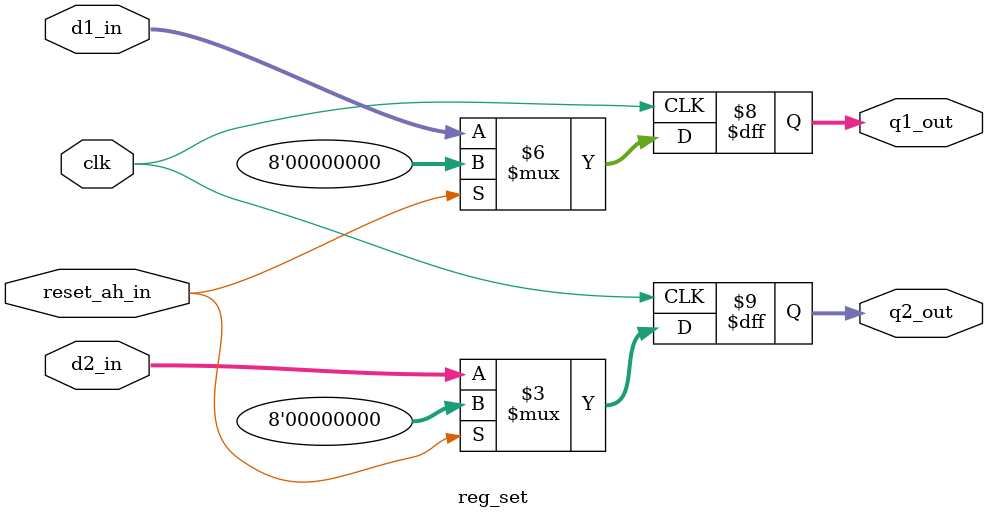
<source format=v>
module reg_set(q1_out,q2_out,clk,reset_ah_in, d1_in,d2_in);

input clk, reset_ah_in;
input [7:0] d1_in,d2_in;
output reg [7:0] q1_out,q2_out;

always@(posedge clk)
	if (reset_ah_in) begin
		q1_out <= 0;
		q2_out <= 0;
	end
	else begin
		q1_out <= d1_in;
		q2_out <= d2_in;
	end
endmodule
</source>
